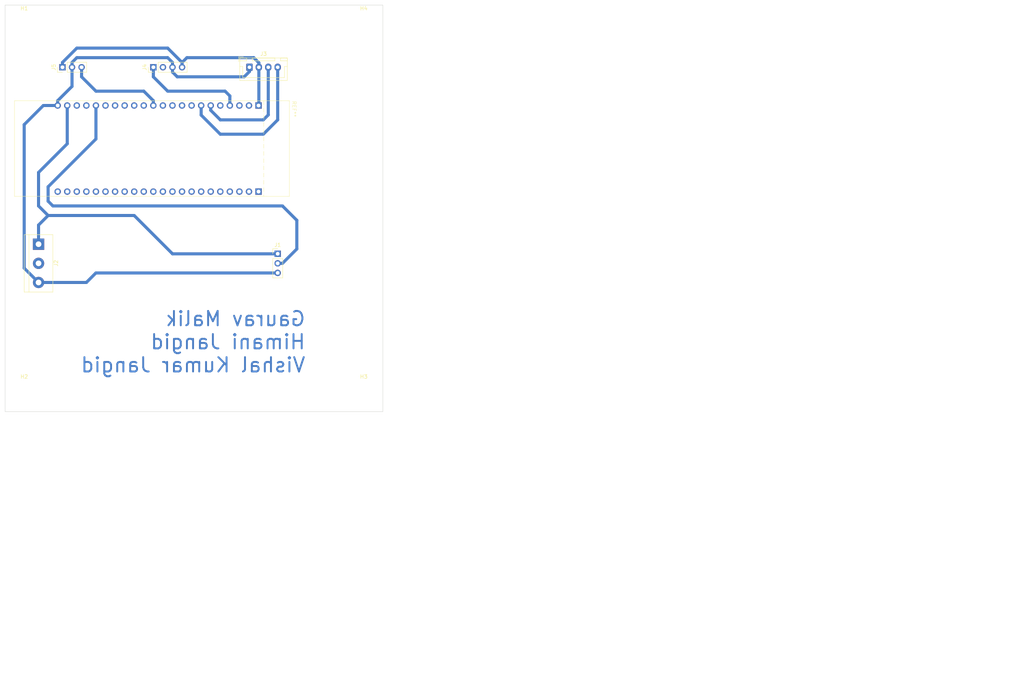
<source format=kicad_pcb>
(kicad_pcb (version 20221018) (generator pcbnew)
  (layers (0 "F.Cu" signal) (31 "B.Cu" signal) (34 "B.Paste" user) (35 "F.Paste" user) (36 "B.SilkS" user "B.Silkscreen") (37 "F.SilkS" user "F.Silkscreen") (38 "B.Mask" user) (39 "F.Mask" user) (44 "Edge.Cuts" user))
  (net 0 "")
  (net 1 "+5V")
  (net 2 "RELAY")
  (net 3 "GND")
  (net 4 "COM")
  (net 5 "3V3")
  (net 6 "SDA")
  (net 7 "SCL")
  (net 8 "AO")
  (net 10 "DO_LDR")
  (footprint "Connector_PinHeader_2.54mm:PinHeader_1x03_P2.54mm_Vertical" (layer "F.Cu") (at 86.36 80.01)
    (fp_text reference "J1" (at 0 -2.33) (layer "F.SilkS"))
    (fp_text value "Conn_01x03_Socket")
    (fp_line (start -1.33 -1.33) (end 0 -1.33) (stroke (width 0.12)) (layer "F.SilkS"))
    (fp_line (start -1.33 0) (end -1.33 -1.33) (stroke (width 0.12)) (layer "F.SilkS"))
    (fp_line (start -1.33 1.27) (end -1.33 6.41) (stroke (width 0.12)) (layer "F.SilkS"))
    (fp_line (start -1.33 1.27) (end 1.33 1.27) (stroke (width 0.12)) (layer "F.SilkS"))
    (fp_line (start -1.33 6.41) (end 1.33 6.41) (stroke (width 0.12)) (layer "F.SilkS"))
    (fp_line (start 1.33 1.27) (end 1.33 6.41) (stroke (width 0.12)) (layer "F.SilkS"))
    (pad "1" thru_hole rect (at 0 0) (size 1.7 1.7) (drill 1) (layers "*.Cu" "*.Mask") (net 1 "+5V"))
    (pad "2" thru_hole oval (at 0 2.54) (size 1.7 1.7) (drill 1) (layers "*.Cu" "*.Mask") (net 2 "RELAY"))
    (pad "3" thru_hole oval (at 0 5.08) (size 1.7 1.7) (drill 1) (layers "*.Cu" "*.Mask") (net 3 "GND"))
  )
  (footprint "Connector_PinHeader_2.54mm:PinHeader_1x04_P2.54mm_Vertical" (layer "F.Cu") (at 53.35 30.48 90)
    (fp_text reference "J4" (at 0 -2.33 90) (layer "F.SilkS"))
    (fp_text value "Conn_01x04_Socket")
    (fp_line (start -1.33 -1.33) (end 0 -1.33) (stroke (width 0.12)) (layer "F.SilkS"))
    (fp_line (start -1.33 0) (end -1.33 -1.33) (stroke (width 0.12)) (layer "F.SilkS"))
    (fp_line (start -1.33 1.27) (end -1.33 8.95) (stroke (width 0.12)) (layer "F.SilkS"))
    (fp_line (start -1.33 1.27) (end 1.33 1.27) (stroke (width 0.12)) (layer "F.SilkS"))
    (fp_line (start -1.33 8.95) (end 1.33 8.95) (stroke (width 0.12)) (layer "F.SilkS"))
    (fp_line (start 1.33 1.27) (end 1.33 8.95) (stroke (width 0.12)) (layer "F.SilkS"))
    (pad "1" thru_hole rect (at 0 0 90) (size 1.7 1.7) (drill 1) (layers "*.Cu" "*.Mask") (net 8 "AO"))
    (pad "2" thru_hole oval (at 0 2.54 90) (size 1.7 1.7) (drill 1) (layers "*.Cu" "*.Mask"))
    (pad "3" thru_hole oval (at 0 5.08 90) (size 1.7 1.7) (drill 1) (layers "*.Cu" "*.Mask") (net 3 "GND"))
    (pad "4" thru_hole oval (at 0 7.62 90) (size 1.7 1.7) (drill 1) (layers "*.Cu" "*.Mask") (net 5 "3V3"))
  )
  (footprint "MountingHole:MountingHole_3.2mm_M3" (layer "F.Cu") (at 109.22 19.05)
    (fp_text reference "H4" (at 0 -4.2) (layer "F.SilkS"))
    (fp_text value "MountingHole")
    (pad "" np_thru_hole circle (at 0 0) (size 3.2 3.2) (drill 3.2) (layers "*.Cu" "*.Mask"))
  )
  (footprint "Connector_JST:JST_XH_B4B-XH-A_1x04_P2.50mm_Vertical" (layer "F.Cu") (at 78.86 30.48)
    (fp_text reference "J3" (at 3.75 -3.55) (layer "F.SilkS"))
    (fp_text value "Conn_01x04_Socket")
    (fp_line (start -2.85 -2.75) (end -2.85 -1.5) (stroke (width 0.12)) (layer "F.SilkS"))
    (fp_line (start -2.56 -2.46) (end -2.56 3.51) (stroke (width 0.12)) (layer "F.SilkS"))
    (fp_line (start -2.56 3.51) (end 10.06 3.51) (stroke (width 0.12)) (layer "F.SilkS"))
    (fp_line (start -2.55 -2.45) (end -2.55 -1.7) (stroke (width 0.12)) (layer "F.SilkS"))
    (fp_line (start -2.55 -1.7) (end -0.75 -1.7) (stroke (width 0.12)) (layer "F.SilkS"))
    (fp_line (start -2.55 -0.2) (end -1.8 -0.2) (stroke (width 0.12)) (layer "F.SilkS"))
    (fp_line (start -1.8 -0.2) (end -1.8 2.75) (stroke (width 0.12)) (layer "F.SilkS"))
    (fp_line (start -1.8 2.75) (end 3.75 2.75) (stroke (width 0.12)) (layer "F.SilkS"))
    (fp_line (start -1.6 -2.75) (end -2.85 -2.75) (stroke (width 0.12)) (layer "F.SilkS"))
    (fp_line (start -0.75 -2.45) (end -2.55 -2.45) (stroke (width 0.12)) (layer "F.SilkS"))
    (fp_line (start -0.75 -1.7) (end -0.75 -2.45) (stroke (width 0.12)) (layer "F.SilkS"))
    (fp_line (start 0.75 -2.45) (end 0.75 -1.7) (stroke (width 0.12)) (layer "F.SilkS"))
    (fp_line (start 0.75 -1.7) (end 6.75 -1.7) (stroke (width 0.12)) (layer "F.SilkS"))
    (fp_line (start 6.75 -2.45) (end 0.75 -2.45) (stroke (width 0.12)) (layer "F.SilkS"))
    (fp_line (start 6.75 -1.7) (end 6.75 -2.45) (stroke (width 0.12)) (layer "F.SilkS"))
    (fp_line (start 8.25 -2.45) (end 8.25 -1.7) (stroke (width 0.12)) (layer "F.SilkS"))
    (fp_line (start 8.25 -1.7) (end 10.05 -1.7) (stroke (width 0.12)) (layer "F.SilkS"))
    (fp_line (start 9.3 -0.2) (end 9.3 2.75) (stroke (width 0.12)) (layer "F.SilkS"))
    (fp_line (start 9.3 2.75) (end 3.75 2.75) (stroke (width 0.12)) (layer "F.SilkS"))
    (fp_line (start 10.05 -2.45) (end 8.25 -2.45) (stroke (width 0.12)) (layer "F.SilkS"))
    (fp_line (start 10.05 -1.7) (end 10.05 -2.45) (stroke (width 0.12)) (layer "F.SilkS"))
    (fp_line (start 10.05 -0.2) (end 9.3 -0.2) (stroke (width 0.12)) (layer "F.SilkS"))
    (fp_line (start 10.06 -2.46) (end -2.56 -2.46) (stroke (width 0.12)) (layer "F.SilkS"))
    (fp_line (start 10.06 3.51) (end 10.06 -2.46) (stroke (width 0.12)) (layer "F.SilkS"))
    (pad "1" thru_hole roundrect (at 0 0) (size 1.7 1.95) (drill 0.95) (layers "*.Cu" "*.Mask") (roundrect_rratio 0.147059) (net 3 "GND"))
    (pad "2" thru_hole oval (at 2.5 0) (size 1.7 1.95) (drill 0.95) (layers "*.Cu" "*.Mask") (net 5 "3V3"))
    (pad "3" thru_hole oval (at 5 0) (size 1.7 1.95) (drill 0.95) (layers "*.Cu" "*.Mask") (net 6 "SDA"))
    (pad "4" thru_hole oval (at 7.5 0) (size 1.7 1.95) (drill 0.95) (layers "*.Cu" "*.Mask") (net 7 "SCL"))
  )
  (footprint "MountingHole:MountingHole_3.2mm_M3" (layer "F.Cu") (at 19.05 19.05)
    (fp_text reference "H1" (at 0 -4.2) (layer "F.SilkS"))
    (fp_text value "MountingHole")
    (pad "" np_thru_hole circle (at 0 0) (size 3.2 3.2) (drill 3.2) (layers "*.Cu" "*.Mask"))
  )
  (footprint "ESP32S3-EXPKIT:ESP32-S3BRD" (layer "F.Cu") (at 16.48 39.37 -90)
    (fp_text reference "U2" hide)
    (fp_text value "~" hide)
    (fp_text user "REF**" (at 0 -73.66 -90 unlocked) (layer "F.SilkS") (effects (font (thickness 0.1)) (justify left bottom)))
    (fp_line (start 0 -73) (end 25.4 -73) (stroke (width 0.1)) (layer "F.SilkS"))
    (fp_line (start 0 -66.2) (end 25.4 -66.2) (stroke (width 0.1) (type dash_dot)) (layer "F.SilkS"))
    (fp_line (start 0 0) (end 0 -73) (stroke (width 0.1)) (layer "F.SilkS"))
    (fp_line (start 25.4 -73) (end 25.4 0) (stroke (width 0.1)) (layer "F.SilkS"))
    (fp_line (start 25.4 0) (end 0 0) (stroke (width 0.1)) (layer "F.SilkS"))
    (pad "1_1" thru_hole rect (at 1.27 -64.8 270) (size 1.7 1.7) (drill 1) (layers "*.Cu" "*.Mask") (net 5 "3V3"))
    (pad "1_2" thru_hole circle (at 1.27 -62.26 270) (size 1.7 1.7) (drill 1) (layers "*.Cu" "*.Mask"))
    (pad "1_3" thru_hole circle (at 1.27 -59.72 270) (size 1.7 1.7) (drill 1) (layers "*.Cu" "*.Mask"))
    (pad "1_4" thru_hole circle (at 1.27 -57.18 270) (size 1.7 1.7) (drill 1) (layers "*.Cu" "*.Mask") (net 8 "AO"))
    (pad "1_5" thru_hole circle (at 1.27 -54.64 270) (size 1.7 1.7) (drill 1) (layers "*.Cu" "*.Mask"))
    (pad "1_6" thru_hole circle (at 1.27 -52.1 270) (size 1.7 1.7) (drill 1) (layers "*.Cu" "*.Mask") (net 6 "SDA"))
    (pad "1_7" thru_hole circle (at 1.27 -49.56 270) (size 1.7 1.7) (drill 1) (layers "*.Cu" "*.Mask") (net 7 "SCL"))
    (pad "1_8" thru_hole circle (at 1.27 -47.02 270) (size 1.7 1.7) (drill 1) (layers "*.Cu" "*.Mask"))
    (pad "1_9" thru_hole circle (at 1.27 -44.48 270) (size 1.7 1.7) (drill 1) (layers "*.Cu" "*.Mask"))
    (pad "1_10" thru_hole circle (at 1.27 -41.94 270) (size 1.7 1.7) (drill 1) (layers "*.Cu" "*.Mask"))
    (pad "1_11" thru_hole circle (at 1.27 -39.4 270) (size 1.7 1.7) (drill 1) (layers "*.Cu" "*.Mask"))
    (pad "1_12" thru_hole circle (at 1.27 -36.86 270) (size 1.7 1.7) (drill 1) (layers "*.Cu" "*.Mask") (net 10 "DO_LDR"))
    (pad "1_13" thru_hole circle (at 1.27 -34.32 270) (size 1.7 1.7) (drill 1) (layers "*.Cu" "*.Mask"))
    (pad "1_14" thru_hole circle (at 1.27 -31.78 270) (size 1.7 1.7) (drill 1) (layers "*.Cu" "*.Mask"))
    (pad "1_15" thru_hole circle (at 1.27 -29.24 270) (size 1.7 1.7) (drill 1) (layers "*.Cu" "*.Mask"))
    (pad "1_16" thru_hole circle (at 1.27 -26.7 270) (size 1.7 1.7) (drill 1) (layers "*.Cu" "*.Mask"))
    (pad "1_17" thru_hole circle (at 1.27 -24.16 270) (size 1.7 1.7) (drill 1) (layers "*.Cu" "*.Mask"))
    (pad "1_18" thru_hole circle (at 1.27 -21.62 270) (size 1.7 1.7) (drill 1) (layers "*.Cu" "*.Mask") (net 2 "RELAY"))
    (pad "1_19" thru_hole circle (at 1.27 -19.08 270) (size 1.7 1.7) (drill 1) (layers "*.Cu" "*.Mask"))
    (pad "1_20" thru_hole circle (at 1.27 -16.54 270) (size 1.7 1.7) (drill 1) (layers "*.Cu" "*.Mask"))
    (pad "1_21" thru_hole circle (at 1.27 -14 270) (size 1.7 1.7) (drill 1) (layers "*.Cu" "*.Mask") (net 1 "+5V"))
    (pad "1_22" thru_hole circle (at 1.27 -11.46 270) (size 1.7 1.7) (drill 1) (layers "*.Cu" "*.Mask") (net 3 "GND"))
    (pad "2_1" thru_hole rect (at 24.13 -64.8 270) (size 1.7 1.7) (drill 1) (layers "*.Cu" "*.Mask"))
    (pad "2_2" thru_hole circle (at 24.13 -62.26 270) (size 1.7 1.7) (drill 1) (layers "*.Cu" "*.Mask"))
    (pad "2_3" thru_hole circle (at 24.13 -59.72 270) (size 1.7 1.7) (drill 1) (layers "*.Cu" "*.Mask"))
    (pad "2_4" thru_hole circle (at 24.13 -57.18 270) (size 1.7 1.7) (drill 1) (layers "*.Cu" "*.Mask"))
    (pad "2_5" thru_hole circle (at 24.13 -54.64 270) (size 1.7 1.7) (drill 1) (layers "*.Cu" "*.Mask"))
    (pad "2_6" thru_hole circle (at 24.13 -52.1 270) (size 1.7 1.7) (drill 1) (layers "*.Cu" "*.Mask"))
    (pad "2_7" thru_hole circle (at 24.13 -49.56 270) (size 1.7 1.7) (drill 1) (layers "*.Cu" "*.Mask"))
    (pad "2_8" thru_hole circle (at 24.13 -47.02 270) (size 1.7 1.7) (drill 1) (layers "*.Cu" "*.Mask"))
    (pad "2_9" thru_hole circle (at 24.13 -44.48 270) (size 1.7 1.7) (drill 1) (layers "*.Cu" "*.Mask"))
    (pad "2_10" thru_hole circle (at 24.13 -41.94 270) (size 1.7 1.7) (drill 1) (layers "*.Cu" "*.Mask"))
    (pad "2_11" thru_hole circle (at 24.13 -39.4 270) (size 1.7 1.7) (drill 1) (layers "*.Cu" "*.Mask"))
    (pad "2_12" thru_hole circle (at 24.13 -36.86 270) (size 1.7 1.7) (drill 1) (layers "*.Cu" "*.Mask"))
    (pad "2_13" thru_hole circle (at 24.13 -34.32 270) (size 1.7 1.7) (drill 1) (layers "*.Cu" "*.Mask"))
    (pad "2_14" thru_hole circle (at 24.13 -31.78 270) (size 1.7 1.7) (drill 1) (layers "*.Cu" "*.Mask"))
    (pad "2_15" thru_hole circle (at 24.13 -29.24 270) (size 1.7 1.7) (drill 1) (layers "*.Cu" "*.Mask"))
    (pad "2_16" thru_hole circle (at 24.13 -26.7 270) (size 1.7 1.7) (drill 1) (layers "*.Cu" "*.Mask"))
    (pad "2_17" thru_hole circle (at 24.13 -24.16 270) (size 1.7 1.7) (drill 1) (layers "*.Cu" "*.Mask"))
    (pad "2_18" thru_hole circle (at 24.13 -21.62 270) (size 1.7 1.7) (drill 1) (layers "*.Cu" "*.Mask"))
    (pad "2_19" thru_hole circle (at 24.13 -19.08 270) (size 1.7 1.7) (drill 1) (layers "*.Cu" "*.Mask"))
    (pad "2_20" thru_hole circle (at 24.13 -16.54 270) (size 1.7 1.7) (drill 1) (layers "*.Cu" "*.Mask"))
    (pad "2_21" thru_hole circle (at 24.13 -14 270) (size 1.7 1.7) (drill 1) (layers "*.Cu" "*.Mask"))
    (pad "2_22" thru_hole circle (at 24.13 -11.46 270) (size 1.7 1.7) (drill 1) (layers "*.Cu" "*.Mask"))
  )
  (footprint "Connector_PinHeader_2.54mm:PinHeader_1x03_P2.54mm_Vertical" (layer "F.Cu") (at 29.21 30.48 90)
    (fp_text reference "J5" (at 0 -2.33 90) (layer "F.SilkS"))
    (fp_text value "Conn_01x03_Socket")
    (fp_line (start -1.33 -1.33) (end 0 -1.33) (stroke (width 0.12)) (layer "F.SilkS"))
    (fp_line (start -1.33 0) (end -1.33 -1.33) (stroke (width 0.12)) (layer "F.SilkS"))
    (fp_line (start -1.33 1.27) (end -1.33 6.41) (stroke (width 0.12)) (layer "F.SilkS"))
    (fp_line (start -1.33 1.27) (end 1.33 1.27) (stroke (width 0.12)) (layer "F.SilkS"))
    (fp_line (start -1.33 6.41) (end 1.33 6.41) (stroke (width 0.12)) (layer "F.SilkS"))
    (fp_line (start 1.33 1.27) (end 1.33 6.41) (stroke (width 0.12)) (layer "F.SilkS"))
    (pad "1" thru_hole rect (at 0 0 90) (size 1.7 1.7) (drill 1) (layers "*.Cu" "*.Mask") (net 5 "3V3"))
    (pad "2" thru_hole oval (at 0 2.54 90) (size 1.7 1.7) (drill 1) (layers "*.Cu" "*.Mask") (net 3 "GND"))
    (pad "3" thru_hole oval (at 0 5.08 90) (size 1.7 1.7) (drill 1) (layers "*.Cu" "*.Mask") (net 10 "DO_LDR"))
  )
  (footprint "TerminalBlock:TerminalBlock_bornier-3_P5.08mm" (layer "F.Cu") (at 22.86 77.47 -90)
    (fp_text reference "J2" (at 5.05 -4.65 90) (layer "F.SilkS"))
    (fp_text value "Conn_01x03_Socket")
    (fp_line (start -2.54 -3.81) (end 12.7 -3.81) (stroke (width 0.12)) (layer "F.SilkS"))
    (fp_line (start -2.54 2.54) (end 12.7 2.54) (stroke (width 0.12)) (layer "F.SilkS"))
    (fp_line (start -2.54 3.81) (end -2.54 -3.81) (stroke (width 0.12)) (layer "F.SilkS"))
    (fp_line (start -2.54 3.81) (end 12.7 3.81) (stroke (width 0.12)) (layer "F.SilkS"))
    (fp_line (start 12.7 3.81) (end 12.7 -3.81) (stroke (width 0.12)) (layer "F.SilkS"))
    (pad "1" thru_hole rect (at 0 0 270) (size 3 3) (drill 1.52) (layers "*.Cu" "*.Mask") (net 1 "+5V"))
    (pad "2" thru_hole circle (at 5.08 0 270) (size 3 3) (drill 1.52) (layers "*.Cu" "*.Mask") (net 4 "COM"))
    (pad "3" thru_hole circle (at 10.16 0 270) (size 3 3) (drill 1.52) (layers "*.Cu" "*.Mask") (net 3 "GND"))
  )
  (footprint "MountingHole:MountingHole_3.2mm_M3" (layer "F.Cu") (at 19.05 116.84)
    (fp_text reference "H2" (at 0 -4.2) (layer "F.SilkS"))
    (fp_text value "MountingHole")
    (pad "" np_thru_hole circle (at 0 0) (size 3.2 3.2) (drill 3.2) (layers "*.Cu" "*.Mask"))
  )
  (footprint "MountingHole:MountingHole_3.2mm_M3" (layer "F.Cu") (at 109.22 116.84)
    (fp_text reference "H3" (at 0 -4.2) (layer "F.SilkS"))
    (fp_text value "MountingHole")
    (pad "" np_thru_hole circle (at 0 0) (size 3.2 3.2) (drill 3.2) (layers "*.Cu" "*.Mask"))
  )
  (gr_rect (start 13.97 13.97) (end 114.3 121.92) (stroke (width 0.1)) (fill none) (layer "Edge.Cuts"))
  (gr_text "Gaurav Malik\nHimani Jangid\nVishal Kumar Jangid" (at 93.98 111.76) (layer "B.Cu") (effects (font (size 3.81 3.81) (thickness 0.508)) (justify left bottom mirror)))
  (segment (start 22.86 77.47) (end 22.86 72.39) (width 0.8128) (layer "B.Cu") (net 1))
  (segment (start 25.4 69.85) (end 22.86 67.31) (width 0.8128) (layer "B.Cu") (net 1))
  (segment (start 58.435 80.025) (end 48.26 69.85) (width 0.8128) (layer "B.Cu") (net 1))
  (segment (start 22.86 67.31) (end 22.86 58.42) (width 0.8128) (layer "B.Cu") (net 1))
  (segment (start 86.36 80.01) (end 86.345 80.025) (width 0.8128) (layer "B.Cu") (net 1))
  (segment (start 30.48 50.8) (end 30.48 40.64) (width 0.8128) (layer "B.Cu") (net 1))
  (segment (start 86.345 80.025) (end 58.435 80.025) (width 0.8128) (layer "B.Cu") (net 1))
  (segment (start 48.26 69.85) (end 25.4 69.85) (width 0.8128) (layer "B.Cu") (net 1))
  (segment (start 22.86 72.39) (end 25.4 69.85) (width 0.8128) (layer "B.Cu") (net 1))
  (segment (start 22.86 58.42) (end 30.48 50.8) (width 0.8128) (layer "B.Cu") (net 1))
  (segment (start 91.44 78.74) (end 87.63 82.55) (width 0.8128) (layer "B.Cu") (net 2))
  (segment (start 38.1 40.64) (end 38.1 49.53) (width 0.8128) (layer "B.Cu") (net 2))
  (segment (start 25.4 66.04) (end 26.67 67.31) (width 0.8128) (layer "B.Cu") (net 2))
  (segment (start 26.67 67.31) (end 87.63 67.31) (width 0.8128) (layer "B.Cu") (net 2))
  (segment (start 25.4 62.23) (end 25.4 66.04) (width 0.8128) (layer "B.Cu") (net 2))
  (segment (start 87.63 82.55) (end 86.36 82.55) (width 0.8128) (layer "B.Cu") (net 2))
  (segment (start 91.44 71.12) (end 91.44 78.74) (width 0.8128) (layer "B.Cu") (net 2))
  (segment (start 87.63 67.31) (end 91.44 71.12) (width 0.8128) (layer "B.Cu") (net 2))
  (segment (start 38.1 49.53) (end 25.4 62.23) (width 0.8128) (layer "B.Cu") (net 2))
  (segment (start 38.085 85.105) (end 35.56 87.63) (width 0.8128) (layer "B.Cu") (net 3))
  (segment (start 58.43 31.74) (end 58.42 31.75) (width 0.8128) (layer "B.Cu") (net 3))
  (segment (start 19.05 83.82) (end 19.05 45.72) (width 0.8128) (layer "B.Cu") (net 3))
  (segment (start 58.42 31.75) (end 59.69 33.02) (width 0.8128) (layer "B.Cu") (net 3))
  (segment (start 59.69 33.02) (end 77.47 33.02) (width 0.8128) (layer "B.Cu") (net 3))
  (segment (start 86.345 85.105) (end 38.085 85.105) (width 0.8128) (layer "B.Cu") (net 3))
  (segment (start 33.02 27.94) (end 57.15 27.94) (width 0.8128) (layer "B.Cu") (net 3))
  (segment (start 31.75 35.56) (end 27.94 39.37) (width 0.8128) (layer "B.Cu") (net 3))
  (segment (start 58.43 29.22) (end 58.43 30.48) (width 0.8128) (layer "B.Cu") (net 3))
  (segment (start 22.86 87.63) (end 19.05 83.82) (width 0.8128) (layer "B.Cu") (net 3))
  (segment (start 31.75 30.48) (end 31.75 29.21) (width 0.8128) (layer "B.Cu") (net 3))
  (segment (start 27.94 39.37) (end 27.94 40.64) (width 0.8128) (layer "B.Cu") (net 3))
  (segment (start 31.75 30.48) (end 31.75 35.56) (width 0.8128) (layer "B.Cu") (net 3))
  (segment (start 19.05 45.72) (end 24.13 40.64) (width 0.8128) (layer "B.Cu") (net 3))
  (segment (start 31.75 29.21) (end 33.02 27.94) (width 0.8128) (layer "B.Cu") (net 3))
  (segment (start 58.43 30.48) (end 58.43 31.74) (width 0.8128) (layer "B.Cu") (net 3))
  (segment (start 86.36 85.09) (end 86.345 85.105) (width 0.8128) (layer "B.Cu") (net 3))
  (segment (start 35.56 87.63) (end 22.86 87.63) (width 0.8128) (layer "B.Cu") (net 3))
  (segment (start 77.47 33.02) (end 78.86 31.63) (width 0.8128) (layer "B.Cu") (net 3))
  (segment (start 24.13 40.64) (end 27.94 40.64) (width 0.8128) (layer "B.Cu") (net 3))
  (segment (start 78.86 31.63) (end 78.86 30.48) (width 0.8128) (layer "B.Cu") (net 3))
  (segment (start 57.15 27.94) (end 58.43 29.22) (width 0.8128) (layer "B.Cu") (net 3))
  (segment (start 29.21 29.21) (end 33.02 25.4) (width 0.8128) (layer "B.Cu") (net 5))
  (segment (start 80.01 27.94) (end 62.25 27.94) (width 0.8128) (layer "B.Cu") (net 5))
  (segment (start 29.21 30.48) (end 29.21 29.21) (width 0.8128) (layer "B.Cu") (net 5))
  (segment (start 57.15 25.4) (end 60.97 29.22) (width 0.8128) (layer "B.Cu") (net 5))
  (segment (start 62.25 27.94) (end 60.97 29.22) (width 0.8128) (layer "B.Cu") (net 5))
  (segment (start 81.36 40.56) (end 81.28 40.64) (width 0.8128) (layer "B.Cu") (net 5))
  (segment (start 81.36 30.48) (end 81.36 40.56) (width 0.8128) (layer "B.Cu") (net 5))
  (segment (start 60.97 30.48) (end 60.97 29.22) (width 0.8128) (layer "B.Cu") (net 5))
  (segment (start 33.02 25.4) (end 57.15 25.4) (width 0.8128) (layer "B.Cu") (net 5))
  (segment (start 81.36 29.29) (end 80.01 27.94) (width 0.8128) (layer "B.Cu") (net 5))
  (segment (start 81.36 30.48) (end 81.36 29.29) (width 0.8128) (layer "B.Cu") (net 5))
  (segment (start 68.58 41.91) (end 68.58 40.64) (width 0.8128) (layer "B.Cu") (net 6))
  (segment (start 71.12 44.45) (end 68.58 41.91) (width 0.8128) (layer "B.Cu") (net 6))
  (segment (start 82.55 44.45) (end 71.12 44.45) (width 0.8128) (layer "B.Cu") (net 6))
  (segment (start 83.86 43.14) (end 82.55 44.45) (width 0.8128) (layer "B.Cu") (net 6))
  (segment (start 83.86 30.48) (end 83.86 43.14) (width 0.8128) (layer "B.Cu") (net 6))
  (segment (start 82.55 48.26) (end 71.12 48.26) (width 0.8128) (layer "B.Cu") (net 7))
  (segment (start 86.36 44.45) (end 82.55 48.26) (width 0.8128) (layer "B.Cu") (net 7))
  (segment (start 66.04 43.18) (end 66.04 40.64) (width 0.8128) (layer "B.Cu") (net 7))
  (segment (start 86.36 30.48) (end 86.36 44.45) (width 0.8128) (layer "B.Cu") (net 7))
  (segment (start 71.12 48.26) (end 66.04 43.18) (width 0.8128) (layer "B.Cu") (net 7))
  (segment (start 53.35 30.48) (end 53.35 33.03) (width 0.8128) (layer "B.Cu") (net 8))
  (segment (start 57.15 36.83) (end 72.39 36.83) (width 0.8128) (layer "B.Cu") (net 8))
  (segment (start 73.66 38.1) (end 73.66 40.64) (width 0.8128) (layer "B.Cu") (net 8))
  (segment (start 53.35 33.03) (end 57.15 36.83) (width 0.8128) (layer "B.Cu") (net 8))
  (segment (start 72.39 36.83) (end 73.66 38.1) (width 0.8128) (layer "B.Cu") (net 8))
  (segment (start 34.29 33.02) (end 38.1 36.83) (width 0.8128) (layer "B.Cu") (net 10))
  (segment (start 34.29 30.48) (end 34.29 33.02) (width 0.8128) (layer "B.Cu") (net 10))
  (segment (start 53.34 39.37) (end 53.34 40.64) (width 0.8128) (layer "B.Cu") (net 10))
  (segment (start 50.8 36.83) (end 53.34 39.37) (width 0.8128) (layer "B.Cu") (net 10))
  (segment (start 38.1 36.83) (end 50.8 36.83) (width 0.8128) (layer "B.Cu") (net 10))
)
</source>
